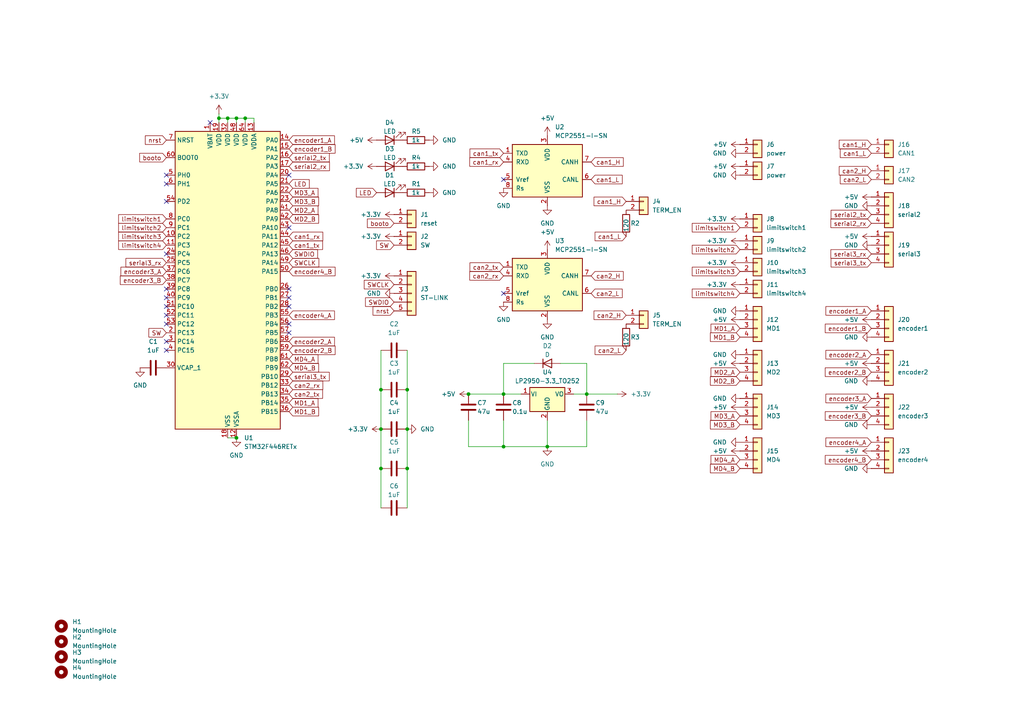
<source format=kicad_sch>
(kicad_sch (version 20250114) (generator "eeschema") (generator_version "9.0")
  (paper "A4")
  (title_block (title "Altair_MDD_V3") (date "2025-05-30") (rev "V.3.0") (company "Altair"))
  (lib_symbols
    (symbol "Connector_Generic:Conn_01x02" (pin_names (offset 1.016) (hide yes))
      (property "Reference" "J" (at 0 2.54 0))
      (property "Value" "Conn_01x02" (at 0 -5.08 0))
      (symbol "Conn_01x02_1_1"
        (pin passive line (at -5.08 0 0) (length 3.81) (name "Pin_1") (number "1"))
        (pin passive line (at -5.08 -2.54 0) (length 3.81) (name "Pin_2") (number "2"))
      )
    )
    (symbol "Connector_Generic:Conn_01x04" (pin_names (offset 1.016) (hide yes))
      (property "Reference" "J" (at 0 5.08 0))
      (property "Value" "Conn_01x04" (at 0 -7.62 0))
      (symbol "Conn_01x04_1_1"
        (pin passive line (at -5.08 2.54 0) (length 3.81) (name "Pin_1") (number "1"))
        (pin passive line (at -5.08 0 0) (length 3.81) (name "Pin_2") (number "2"))
        (pin passive line (at -5.08 -2.54 0) (length 3.81) (name "Pin_3") (number "3"))
        (pin passive line (at -5.08 -5.08 0) (length 3.81) (name "Pin_4") (number "4"))
      )
    )
    (symbol "Connector_Generic:Conn_01x05" (pin_names (offset 1.016) (hide yes))
      (property "Reference" "J" (at 0 7.62 0))
      (property "Value" "Conn_01x05" (at 0 -7.62 0))
      (symbol "Conn_01x05_1_1"
        (pin passive line (at -5.08 5.08 0) (length 3.81) (name "Pin_1") (number "1"))
        (pin passive line (at -5.08 2.54 0) (length 3.81) (name "Pin_2") (number "2"))
        (pin passive line (at -5.08 0 0) (length 3.81) (name "Pin_3") (number "3"))
        (pin passive line (at -5.08 -2.54 0) (length 3.81) (name "Pin_4") (number "4"))
        (pin passive line (at -5.08 -5.08 0) (length 3.81) (name "Pin_5") (number "5"))
      )
    )
    (symbol "Device:C" (pin_numbers (hide yes)) (pin_names (offset 0.254))
      (property "Reference" "C" (at 0.635 2.54 0))
      (property "Value" "C" (at 0.635 -2.54 0))
      (symbol "C_1_1"
        (pin passive line (at 0 3.81 270) (length 2.794) (name "~") (number "1"))
        (pin passive line (at 0 -3.81 90) (length 2.794) (name "~") (number "2"))
      )
    )
    (symbol "Device:D" (pin_numbers (hide yes)) (pin_names (offset 1.016) (hide yes))
      (property "Reference" "D" (at 0 2.54 0))
      (property "Value" "D" (at 0 -2.54 0))
      (symbol "D_1_1"
        (pin passive line (at -3.81 0 0) (length 2.54) (name "K") (number "1"))
        (pin passive line (at 3.81 0 180) (length 2.54) (name "A") (number "2"))
      )
    )
    (symbol "Device:LED" (pin_numbers (hide yes)) (pin_names (offset 1.016) (hide yes))
      (property "Reference" "D" (at 0 2.54 0))
      (property "Value" "LED" (at 0 -2.54 0))
      (symbol "LED_1_1"
        (pin passive line (at -3.81 0 0) (length 2.54) (name "K") (number "1"))
        (pin passive line (at 3.81 0 180) (length 2.54) (name "A") (number "2"))
      )
    )
    (symbol "Device:R" (pin_numbers (hide yes)) (pin_names (offset 0))
      (property "Reference" "R" (at 2.032 0 90))
      (property "Value" "R" (at 0 0 90))
      (symbol "R_1_1"
        (pin passive line (at 0 3.81 270) (length 1.27) (name "~") (number "1"))
        (pin passive line (at 0 -3.81 90) (length 1.27) (name "~") (number "2"))
      )
    )
    (symbol "Interface_CAN_LIN:MCP2551-I-SN" (pin_names (offset 1.016))
      (property "Reference" "U" (at -10.16 8.89 0))
      (property "Value" "MCP2551-I-SN" (at 2.54 8.89 0))
      (symbol "MCP2551-I-SN_1_1"
        (pin input line (at -12.7 5.08 0) (length 2.54) (name "TXD") (number "1"))
        (pin output line (at -12.7 2.54 0) (length 2.54) (name "RXD") (number "4"))
        (pin power_out line (at -12.7 -2.54 0) (length 2.54) (name "Vref") (number "5"))
        (pin input line (at -12.7 -5.08 0) (length 2.54) (name "Rs") (number "8"))
        (pin power_in line (at 0 10.16 270) (length 2.54) (name "VDD") (number "3"))
        (pin power_in line (at 0 -10.16 90) (length 2.54) (name "VSS") (number "2"))
        (pin bidirectional line (at 12.7 2.54 180) (length 2.54) (name "CANH") (number "7"))
        (pin bidirectional line (at 12.7 -2.54 180) (length 2.54) (name "CANL") (number "6"))
      )
    )
    (symbol "MCU_ST_STM32F4:STM32F446RETx"
      (property "Reference" "U" (at -15.24 44.45 0))
      (property "Value" "STM32F446RETx" (at 10.16 44.45 0))
      (symbol "STM32F446RETx_1_1"
        (pin input line (at -17.78 40.64 0) (length 2.54) (name "NRST") (number "7"))
        (pin input line (at -17.78 35.56 0) (length 2.54) (name "BOOT0") (number "60"))
        (pin bidirectional line (at -17.78 30.48 0) (length 2.54) (name "PH0") (number "5"))
        (pin bidirectional line (at -17.78 27.94 0) (length 2.54) (name "PH1") (number "6"))
        (pin bidirectional line (at -17.78 22.86 0) (length 2.54) (name "PD2") (number "54"))
        (pin bidirectional line (at -17.78 17.78 0) (length 2.54) (name "PC0") (number "8"))
        (pin bidirectional line (at -17.78 15.24 0) (length 2.54) (name "PC1") (number "9"))
        (pin bidirectional line (at -17.78 12.7 0) (length 2.54) (name "PC2") (number "10"))
        (pin bidirectional line (at -17.78 10.16 0) (length 2.54) (name "PC3") (number "11"))
        (pin bidirectional line (at -17.78 7.62 0) (length 2.54) (name "PC4") (number "24"))
        (pin bidirectional line (at -17.78 5.08 0) (length 2.54) (name "PC5") (number "25"))
        (pin bidirectional line (at -17.78 2.54 0) (length 2.54) (name "PC6") (number "37"))
        (pin bidirectional line (at -17.78 0 0) (length 2.54) (name "PC7") (number "38"))
        (pin bidirectional line (at -17.78 -2.54 0) (length 2.54) (name "PC8") (number "39"))
        (pin bidirectional line (at -17.78 -5.08 0) (length 2.54) (name "PC9") (number "40"))
        (pin bidirectional line (at -17.78 -7.62 0) (length 2.54) (name "PC10") (number "51"))
        (pin bidirectional line (at -17.78 -10.16 0) (length 2.54) (name "PC11") (number "52"))
        (pin bidirectional line (at -17.78 -12.7 0) (length 2.54) (name "PC12") (number "53"))
        (pin bidirectional line (at -17.78 -15.24 0) (length 2.54) (name "PC13") (number "2"))
        (pin bidirectional line (at -17.78 -17.78 0) (length 2.54) (name "PC14") (number "3"))
        (pin bidirectional line (at -17.78 -20.32 0) (length 2.54) (name "PC15") (number "4"))
        (pin power_out line (at -17.78 -25.4 0) (length 2.54) (name "VCAP_1") (number "30"))
        (pin power_in line (at -5.08 45.72 270) (length 2.54) (name "VBAT") (number "1"))
        (pin power_in line (at -2.54 45.72 270) (length 2.54) (name "VDD") (number "19"))
        (pin power_in line (at 0 45.72 270) (length 2.54) (name "VDD") (number "32"))
        (pin power_in line (at 0 -45.72 90) (length 2.54) (name "VSS") (number "18"))
        (pin passive line (at 0 -45.72 90) (length 2.54) (hide yes) (name "VSS") (number "31"))
        (pin passive line (at 0 -45.72 90) (length 2.54) (hide yes) (name "VSS") (number "47"))
        (pin passive line (at 0 -45.72 90) (length 2.54) (hide yes) (name "VSS") (number "63"))
        (pin power_in line (at 2.54 45.72 270) (length 2.54) (name "VDD") (number "48"))
        (pin power_in line (at 2.54 -45.72 90) (length 2.54) (name "VSSA") (number "12"))
        (pin power_in line (at 5.08 45.72 270) (length 2.54) (name "VDD") (number "64"))
        (pin power_in line (at 7.62 45.72 270) (length 2.54) (name "VDDA") (number "13"))
        (pin bidirectional line (at 17.78 40.64 180) (length 2.54) (name "PA0") (number "14"))
        (pin bidirectional line (at 17.78 38.1 180) (length 2.54) (name "PA1") (number "15"))
        (pin bidirectional line (at 17.78 35.56 180) (length 2.54) (name "PA2") (number "16"))
        (pin bidirectional line (at 17.78 33.02 180) (length 2.54) (name "PA3") (number "17"))
        (pin bidirectional line (at 17.78 30.48 180) (length 2.54) (name "PA4") (number "20"))
        (pin bidirectional line (at 17.78 27.94 180) (length 2.54) (name "PA5") (number "21"))
        (pin bidirectional line (at 17.78 25.4 180) (length 2.54) (name "PA6") (number "22"))
        (pin bidirectional line (at 17.78 22.86 180) (length 2.54) (name "PA7") (number "23"))
        (pin bidirectional line (at 17.78 20.32 180) (length 2.54) (name "PA8") (number "41"))
        (pin bidirectional line (at 17.78 17.78 180) (length 2.54) (name "PA9") (number "42"))
        (pin bidirectional line (at 17.78 15.24 180) (length 2.54) (name "PA10") (number "43"))
        (pin bidirectional line (at 17.78 12.7 180) (length 2.54) (name "PA11") (number "44"))
        (pin bidirectional line (at 17.78 10.16 180) (length 2.54) (name "PA12") (number "45"))
        (pin bidirectional line (at 17.78 7.62 180) (length 2.54) (name "PA13") (number "46"))
        (pin bidirectional line (at 17.78 5.08 180) (length 2.54) (name "PA14") (number "49"))
        (pin bidirectional line (at 17.78 2.54 180) (length 2.54) (name "PA15") (number "50"))
        (pin bidirectional line (at 17.78 -2.54 180) (length 2.54) (name "PB0") (number "26"))
        (pin bidirectional line (at 17.78 -5.08 180) (length 2.54) (name "PB1") (number "27"))
        (pin bidirectional line (at 17.78 -7.62 180) (length 2.54) (name "PB2") (number "28"))
        (pin bidirectional line (at 17.78 -10.16 180) (length 2.54) (name "PB3") (number "55"))
        (pin bidirectional line (at 17.78 -12.7 180) (length 2.54) (name "PB4") (number "56"))
        (pin bidirectional line (at 17.78 -15.24 180) (length 2.54) (name "PB5") (number "57"))
        (pin bidirectional line (at 17.78 -17.78 180) (length 2.54) (name "PB6") (number "58"))
        (pin bidirectional line (at 17.78 -20.32 180) (length 2.54) (name "PB7") (number "59"))
        (pin bidirectional line (at 17.78 -22.86 180) (length 2.54) (name "PB8") (number "61"))
        (pin bidirectional line (at 17.78 -25.4 180) (length 2.54) (name "PB9") (number "62"))
        (pin bidirectional line (at 17.78 -27.94 180) (length 2.54) (name "PB10") (number "29"))
        (pin bidirectional line (at 17.78 -30.48 180) (length 2.54) (name "PB12") (number "33"))
        (pin bidirectional line (at 17.78 -33.02 180) (length 2.54) (name "PB13") (number "34"))
        (pin bidirectional line (at 17.78 -35.56 180) (length 2.54) (name "PB14") (number "35"))
        (pin bidirectional line (at 17.78 -38.1 180) (length 2.54) (name "PB15") (number "36"))
      )
    )
    (symbol "Mechanical:MountingHole" (pin_names (offset 1.016))
      (property "Reference" "H" (at 0 5.08 0))
      (property "Value" "MountingHole" (at 0 3.175 0))
    )
    (symbol "Regulator_Linear:LP2950-3.3_TO252" (pin_names (offset 0.254))
      (property "Reference" "U" (at -3.81 3.175 0))
      (property "Value" "LP2950-3.3_TO252" (at 0 3.175 0))
      (symbol "LP2950-3.3_TO252_1_1"
        (pin power_in line (at -7.62 0 0) (length 2.54) (name "VI") (number "1"))
        (pin power_in line (at 0 -7.62 90) (length 2.54) (name "GND") (number "2"))
        (pin power_out line (at 7.62 0 180) (length 2.54) (name "VO") (number "3"))
      )
    )
    (symbol "power:+3.3V" (power) (pin_numbers (hide yes)) (pin_names (offset 0) (hide yes))
      (property "Value" "+3.3V" (at 0 3.556 0))
      (symbol "+3.3V_1_1"
        (pin power_in line (at 0 0 90) (length 0) (name "~") (number "1"))
      )
    )
    (symbol "power:+5V" (power) (pin_numbers (hide yes)) (pin_names (offset 0) (hide yes))
      (property "Value" "+5V" (at 0 3.556 0))
      (symbol "+5V_1_1"
        (pin power_in line (at 0 0 90) (length 0) (name "~") (number "1"))
      )
    )
    (symbol "power:GND" (power) (pin_numbers (hide yes)) (pin_names (offset 0) (hide yes))
      (property "Value" "GND" (at 0 -3.81 0))
      (symbol "GND_1_1"
        (pin power_in line (at 0 0 270) (length 0) (name "~") (number "1"))
      )
    )
  )
  (junction (at 146.05 114.3))
  (junction (at 170.18 114.3))
  (junction (at 66.04 34.29))
  (junction (at 158.75 129.54))
  (junction (at 68.58 127))
  (junction (at 71.12 34.29))
  (junction (at 110.49 124.46))
  (junction (at 68.58 34.29))
  (junction (at 110.49 113.03))
  (junction (at 110.49 135.89))
  (junction (at 118.11 135.89))
  (junction (at 118.11 124.46))
  (junction (at 146.05 129.54))
  (junction (at 118.11 113.03))
  (junction (at 135.89 114.3))
  (junction (at 63.5 34.29))
  (no_connect (at 48.26 93.98))
  (no_connect (at 48.26 83.82))
  (no_connect (at 48.26 50.8))
  (no_connect (at 60.96 35.56))
  (no_connect (at 48.26 101.6))
  (no_connect (at 48.26 58.42))
  (no_connect (at 48.26 99.06))
  (no_connect (at 48.26 53.34))
  (no_connect (at 83.82 88.9))
  (no_connect (at 48.26 73.66))
  (no_connect (at 83.82 93.98))
  (no_connect (at 48.26 88.9))
  (no_connect (at 83.82 96.52))
  (no_connect (at 48.26 86.36))
  (no_connect (at 146.05 85.09))
  (no_connect (at 83.82 86.36))
  (no_connect (at 146.05 52.07))
  (no_connect (at 83.82 83.82))
  (no_connect (at 48.26 91.44))
  (no_connect (at 83.82 66.04))
  (no_connect (at 83.82 50.8))
  (wire (pts (xy 158.75 129.54) (xy 170.18 129.54)))
  (wire (pts (xy 110.49 113.03) (xy 110.49 124.46)))
  (wire (pts (xy 68.58 34.29) (xy 71.12 34.29)))
  (wire (pts (xy 66.04 34.29) (xy 68.58 34.29)))
  (wire (pts (xy 66.04 34.29) (xy 66.04 35.56)))
  (wire (pts (xy 110.49 124.46) (xy 110.49 135.89)))
  (wire (pts (xy 63.5 34.29) (xy 63.5 35.56)))
  (wire (pts (xy 118.11 124.46) (xy 118.11 135.89)))
  (wire (pts (xy 154.94 105.41) (xy 146.05 105.41)))
  (wire (pts (xy 110.49 135.89) (xy 110.49 147.32)))
  (wire (pts (xy 110.49 101.6) (xy 110.49 113.03)))
  (wire (pts (xy 170.18 121.92) (xy 170.18 129.54)))
  (wire (pts (xy 146.05 105.41) (xy 146.05 114.3)))
  (wire (pts (xy 146.05 114.3) (xy 151.13 114.3)))
  (wire (pts (xy 73.66 34.29) (xy 73.66 35.56)))
  (wire (pts (xy 170.18 114.3) (xy 179.07 114.3)))
  (wire (pts (xy 68.58 34.29) (xy 68.58 35.56)))
  (wire (pts (xy 162.56 105.41) (xy 170.18 105.41)))
  (wire (pts (xy 158.75 121.92) (xy 158.75 129.54)))
  (wire (pts (xy 66.04 127) (xy 68.58 127)))
  (wire (pts (xy 146.05 121.92) (xy 146.05 129.54)))
  (wire (pts (xy 135.89 114.3) (xy 146.05 114.3)))
  (wire (pts (xy 63.5 34.29) (xy 66.04 34.29)))
  (wire (pts (xy 71.12 34.29) (xy 71.12 35.56)))
  (wire (pts (xy 71.12 34.29) (xy 73.66 34.29)))
  (wire (pts (xy 135.89 129.54) (xy 135.89 121.92)))
  (wire (pts (xy 118.11 135.89) (xy 118.11 147.32)))
  (wire (pts (xy 166.37 114.3) (xy 170.18 114.3)))
  (wire (pts (xy 158.75 129.54) (xy 146.05 129.54)))
  (wire (pts (xy 146.05 129.54) (xy 135.89 129.54)))
  (wire (pts (xy 118.11 101.6) (xy 118.11 113.03)))
  (wire (pts (xy 170.18 105.41) (xy 170.18 114.3)))
  (wire (pts (xy 63.5 33.02) (xy 63.5 34.29)))
  (wire (pts (xy 118.11 113.03) (xy 118.11 124.46)))
  (global_label "serial2_tx" (shape input) (at 83.82 45.72 0) (property "Intersheetrefs" "${INTERSHEET_REFS}" (effects (hide yes))))
  (global_label "can1_L" (shape input) (at 181.61 68.58 180) (property "Intersheetrefs" "${INTERSHEET_REFS}" (effects (hide yes))))
  (global_label "encoder2_B" (shape input) (at 252.73 107.95 180) (property "Intersheetrefs" "${INTERSHEET_REFS}" (effects (hide yes))))
  (global_label "nrst" (shape input) (at 48.26 40.64 180) (property "Intersheetrefs" "${INTERSHEET_REFS}" (effects (hide yes))))
  (global_label "encoder4_A" (shape input) (at 252.73 128.27 180) (property "Intersheetrefs" "${INTERSHEET_REFS}" (effects (hide yes))))
  (global_label "limitswitch4" (shape input) (at 214.63 85.09 180) (property "Intersheetrefs" "${INTERSHEET_REFS}" (effects (hide yes))))
  (global_label "can1_tx" (shape input) (at 83.82 71.12 0) (property "Intersheetrefs" "${INTERSHEET_REFS}" (effects (hide yes))))
  (global_label "MD3_B" (shape input) (at 214.63 123.19 180) (property "Intersheetrefs" "${INTERSHEET_REFS}" (effects (hide yes))))
  (global_label "can2_H" (shape input) (at 171.45 80.01 0) (property "Intersheetrefs" "${INTERSHEET_REFS}" (effects (hide yes))))
  (global_label "MD2_A" (shape input) (at 83.82 60.96 0) (property "Intersheetrefs" "${INTERSHEET_REFS}" (effects (hide yes))))
  (global_label "can1_tx" (shape input) (at 146.05 44.45 180) (property "Intersheetrefs" "${INTERSHEET_REFS}" (effects (hide yes))))
  (global_label "LED" (shape input) (at 109.22 55.88 180) (property "Intersheetrefs" "${INTERSHEET_REFS}" (effects (hide yes))))
  (global_label "serial3_rx" (shape input) (at 48.26 76.2 180) (property "Intersheetrefs" "${INTERSHEET_REFS}" (effects (hide yes))))
  (global_label "can2_rx" (shape input) (at 83.82 111.76 0) (property "Intersheetrefs" "${INTERSHEET_REFS}" (effects (hide yes))))
  (global_label "MD1_B" (shape input) (at 214.63 97.79 180) (property "Intersheetrefs" "${INTERSHEET_REFS}" (effects (hide yes))))
  (global_label "MD1_A" (shape input) (at 214.63 95.25 180) (property "Intersheetrefs" "${INTERSHEET_REFS}" (effects (hide yes))))
  (global_label "can2_L" (shape input) (at 171.45 85.09 0) (property "Intersheetrefs" "${INTERSHEET_REFS}" (effects (hide yes))))
  (global_label "can1_H" (shape input) (at 252.73 41.91 180) (property "Intersheetrefs" "${INTERSHEET_REFS}" (effects (hide yes))))
  (global_label "serial3_rx" (shape input) (at 252.73 73.66 180) (property "Intersheetrefs" "${INTERSHEET_REFS}" (effects (hide yes))))
  (global_label "SWDIO" (shape input) (at 83.82 73.66 0) (property "Intersheetrefs" "${INTERSHEET_REFS}" (effects (hide yes))))
  (global_label "encoder2_B" (shape input) (at 83.82 101.6 0) (property "Intersheetrefs" "${INTERSHEET_REFS}" (effects (hide yes))))
  (global_label "SW" (shape input) (at 48.26 96.52 180) (property "Intersheetrefs" "${INTERSHEET_REFS}" (effects (hide yes))))
  (global_label "MD3_B" (shape input) (at 83.82 58.42 0) (property "Intersheetrefs" "${INTERSHEET_REFS}" (effects (hide yes))))
  (global_label "MD2_A" (shape input) (at 214.63 107.95 180) (property "Intersheetrefs" "${INTERSHEET_REFS}" (effects (hide yes))))
  (global_label "SW" (shape input) (at 114.3 71.12 180) (property "Intersheetrefs" "${INTERSHEET_REFS}" (effects (hide yes))))
  (global_label "limitswitch3" (shape input) (at 48.26 68.58 180) (property "Intersheetrefs" "${INTERSHEET_REFS}" (effects (hide yes))))
  (global_label "encoder3_B" (shape input) (at 252.73 120.65 180) (property "Intersheetrefs" "${INTERSHEET_REFS}" (effects (hide yes))))
  (global_label "encoder1_B" (shape input) (at 252.73 95.25 180) (property "Intersheetrefs" "${INTERSHEET_REFS}" (effects (hide yes))))
  (global_label "can2_H" (shape input) (at 181.61 91.44 180) (property "Intersheetrefs" "${INTERSHEET_REFS}" (effects (hide yes))))
  (global_label "can2_tx" (shape input) (at 83.82 114.3 0) (property "Intersheetrefs" "${INTERSHEET_REFS}" (effects (hide yes))))
  (global_label "encoder1_A" (shape input) (at 252.73 90.17 180) (property "Intersheetrefs" "${INTERSHEET_REFS}" (effects (hide yes))))
  (global_label "encoder2_A" (shape input) (at 252.73 102.87 180) (property "Intersheetrefs" "${INTERSHEET_REFS}" (effects (hide yes))))
  (global_label "can2_rx" (shape input) (at 146.05 80.01 180) (property "Intersheetrefs" "${INTERSHEET_REFS}" (effects (hide yes))))
  (global_label "MD3_A" (shape input) (at 83.82 55.88 0) (property "Intersheetrefs" "${INTERSHEET_REFS}" (effects (hide yes))))
  (global_label "booto" (shape input) (at 48.26 45.72 180) (property "Intersheetrefs" "${INTERSHEET_REFS}" (effects (hide yes))))
  (global_label "can1_H" (shape input) (at 171.45 46.99 0) (property "Intersheetrefs" "${INTERSHEET_REFS}" (effects (hide yes))))
  (global_label "serial2_tx" (shape input) (at 252.73 62.23 180) (property "Intersheetrefs" "${INTERSHEET_REFS}" (effects (hide yes))))
  (global_label "can1_L" (shape input) (at 171.45 52.07 0) (property "Intersheetrefs" "${INTERSHEET_REFS}" (effects (hide yes))))
  (global_label "can2_tx" (shape input) (at 146.05 77.47 180) (property "Intersheetrefs" "${INTERSHEET_REFS}" (effects (hide yes))))
  (global_label "encoder1_A" (shape input) (at 83.82 40.64 0) (property "Intersheetrefs" "${INTERSHEET_REFS}" (effects (hide yes))))
  (global_label "can2_L" (shape input) (at 181.61 101.6 180) (property "Intersheetrefs" "${INTERSHEET_REFS}" (effects (hide yes))))
  (global_label "can1_rx" (shape input) (at 83.82 68.58 0) (property "Intersheetrefs" "${INTERSHEET_REFS}" (effects (hide yes))))
  (global_label "serial2_rx" (shape input) (at 83.82 48.26 0) (property "Intersheetrefs" "${INTERSHEET_REFS}" (effects (hide yes))))
  (global_label "can1_L" (shape input) (at 252.73 44.45 180) (property "Intersheetrefs" "${INTERSHEET_REFS}" (effects (hide yes))))
  (global_label "serial3_tx" (shape input) (at 252.73 76.2 180) (property "Intersheetrefs" "${INTERSHEET_REFS}" (effects (hide yes))))
  (global_label "encoder4_B" (shape input) (at 83.82 78.74 0) (property "Intersheetrefs" "${INTERSHEET_REFS}" (effects (hide yes))))
  (global_label "nrst" (shape input) (at 114.3 90.17 180) (property "Intersheetrefs" "${INTERSHEET_REFS}" (effects (hide yes))))
  (global_label "encoder3_A" (shape input) (at 252.73 115.57 180) (property "Intersheetrefs" "${INTERSHEET_REFS}" (effects (hide yes))))
  (global_label "serial3_tx" (shape input) (at 83.82 109.22 0) (property "Intersheetrefs" "${INTERSHEET_REFS}" (effects (hide yes))))
  (global_label "MD2_B" (shape input) (at 214.63 110.49 180) (property "Intersheetrefs" "${INTERSHEET_REFS}" (effects (hide yes))))
  (global_label "can1_H" (shape input) (at 181.61 58.42 180) (property "Intersheetrefs" "${INTERSHEET_REFS}" (effects (hide yes))))
  (global_label "MD2_B" (shape input) (at 83.82 63.5 0) (property "Intersheetrefs" "${INTERSHEET_REFS}" (effects (hide yes))))
  (global_label "SWCLK" (shape input) (at 114.3 82.55 180) (property "Intersheetrefs" "${INTERSHEET_REFS}" (effects (hide yes))))
  (global_label "limitswitch3" (shape input) (at 214.63 78.74 180) (property "Intersheetrefs" "${INTERSHEET_REFS}" (effects (hide yes))))
  (global_label "encoder4_A" (shape input) (at 83.82 91.44 0) (property "Intersheetrefs" "${INTERSHEET_REFS}" (effects (hide yes))))
  (global_label "MD4_A" (shape input) (at 83.82 104.14 0) (property "Intersheetrefs" "${INTERSHEET_REFS}" (effects (hide yes))))
  (global_label "SWCLK" (shape input) (at 83.82 76.2 0) (property "Intersheetrefs" "${INTERSHEET_REFS}" (effects (hide yes))))
  (global_label "limitswitch1" (shape input) (at 48.26 63.5 180) (property "Intersheetrefs" "${INTERSHEET_REFS}" (effects (hide yes))))
  (global_label "limitswitch2" (shape input) (at 214.63 72.39 180) (property "Intersheetrefs" "${INTERSHEET_REFS}" (effects (hide yes))))
  (global_label "encoder3_A" (shape input) (at 48.26 78.74 180) (property "Intersheetrefs" "${INTERSHEET_REFS}" (effects (hide yes))))
  (global_label "MD1_B" (shape input) (at 83.82 119.38 0) (property "Intersheetrefs" "${INTERSHEET_REFS}" (effects (hide yes))))
  (global_label "SWDIO" (shape input) (at 114.3 87.63 180) (property "Intersheetrefs" "${INTERSHEET_REFS}" (effects (hide yes))))
  (global_label "booto" (shape input) (at 114.3 64.77 180) (property "Intersheetrefs" "${INTERSHEET_REFS}" (effects (hide yes))))
  (global_label "encoder3_B" (shape input) (at 48.26 81.28 180) (property "Intersheetrefs" "${INTERSHEET_REFS}" (effects (hide yes))))
  (global_label "can1_rx" (shape input) (at 146.05 46.99 180) (property "Intersheetrefs" "${INTERSHEET_REFS}" (effects (hide yes))))
  (global_label "MD4_B" (shape input) (at 83.82 106.68 0) (property "Intersheetrefs" "${INTERSHEET_REFS}" (effects (hide yes))))
  (global_label "MD4_B" (shape input) (at 214.63 135.89 180) (property "Intersheetrefs" "${INTERSHEET_REFS}" (effects (hide yes))))
  (global_label "serial2_rx" (shape input) (at 252.73 64.77 180) (property "Intersheetrefs" "${INTERSHEET_REFS}" (effects (hide yes))))
  (global_label "LED" (shape input) (at 83.82 53.34 0) (property "Intersheetrefs" "${INTERSHEET_REFS}" (effects (hide yes))))
  (global_label "limitswitch2" (shape input) (at 48.26 66.04 180) (property "Intersheetrefs" "${INTERSHEET_REFS}" (effects (hide yes))))
  (global_label "limitswitch4" (shape input) (at 48.26 71.12 180) (property "Intersheetrefs" "${INTERSHEET_REFS}" (effects (hide yes))))
  (global_label "MD1_A" (shape input) (at 83.82 116.84 0) (property "Intersheetrefs" "${INTERSHEET_REFS}" (effects (hide yes))))
  (global_label "encoder1_B" (shape input) (at 83.82 43.18 0) (property "Intersheetrefs" "${INTERSHEET_REFS}" (effects (hide yes))))
  (global_label "MD4_A" (shape input) (at 214.63 133.35 180) (property "Intersheetrefs" "${INTERSHEET_REFS}" (effects (hide yes))))
  (global_label "MD3_A" (shape input) (at 214.63 120.65 180) (property "Intersheetrefs" "${INTERSHEET_REFS}" (effects (hide yes))))
  (global_label "encoder4_B" (shape input) (at 252.73 133.35 180) (property "Intersheetrefs" "${INTERSHEET_REFS}" (effects (hide yes))))
  (global_label "can2_L" (shape input) (at 252.73 52.07 180) (property "Intersheetrefs" "${INTERSHEET_REFS}" (effects (hide yes))))
  (global_label "can2_H" (shape input) (at 252.73 49.53 180) (property "Intersheetrefs" "${INTERSHEET_REFS}" (effects (hide yes))))
  (global_label "encoder2_A" (shape input) (at 83.82 99.06 0) (property "Intersheetrefs" "${INTERSHEET_REFS}" (effects (hide yes))))
  (global_label "limitswitch1" (shape input) (at 214.63 66.04 180) (property "Intersheetrefs" "${INTERSHEET_REFS}" (effects (hide yes))))
  (symbol (lib_id "Connector_Generic:Conn_01x04") (at 257.81 92.71 0) (unit 1)
    (property "Reference" "J20" (at 260.35 92.7099 0) (effects (justify left)))
    (property "Value" "encoder1" (at 260.35 95.2499 0) (effects (justify left)))
    (property "Footprint" "Connector_JST:JST_XA_S04B-XASK-1_1x04_P2.50mm_Horizontal" (effects (hide yes)))
    (property "Description" "Generic connector, single row, 01x04, script generated (kicad-library-utils/schlib/autogen/connector/)" (effects (hide yes)))
  )
  (symbol (lib_id "power:GND") (at 252.73 71.12 270) (unit 1)
    (property "Reference" "#PWR039" (effects (hide yes)))
    (property "Value" "GND" (at 248.92 71.1199 90) (effects (justify right)))
    (property "Description" "Power symbol creates a global label with name \"GND\" , ground" (effects (hide yes)))
  )
  (symbol (lib_id "power:+3.3V") (at 179.07 114.3 270) (unit 1)
    (property "Reference" "#PWR019" (effects (hide yes)))
    (property "Value" "+3.3V" (at 182.88 114.2999 90) (effects (justify left)))
    (property "Description" "Power symbol creates a global label with name \"+3.3V\"" (effects (hide yes)))
  )
  (symbol (lib_id "power:GND") (at 124.46 48.26 90) (unit 1)
    (property "Reference" "#PWR048" (effects (hide yes)))
    (property "Value" "GND" (at 128.27 48.2599 90) (effects (justify right)))
    (property "Description" "Power symbol creates a global label with name \"GND\" , ground" (effects (hide yes)))
  )
  (symbol (lib_id "power:+5V") (at 214.63 92.71 90) (unit 1)
    (property "Reference" "#PWR029" (effects (hide yes)))
    (property "Value" "+5V" (at 210.82 92.7099 90) (effects (justify left)))
    (property "Description" "Power symbol creates a global label with name \"+5V\"" (effects (hide yes)))
  )
  (symbol (lib_id "Device:C") (at 135.89 118.11 0) (unit 1)
    (property "Reference" "C7" (at 138.43 116.84 0) (effects (justify left)))
    (property "Value" "47u" (at 138.43 119.38 0) (effects (justify left)))
    (property "Footprint" "Capacitor_SMD:C_0603_1608Metric" (effects (hide yes)))
    (property "Description" "Unpolarized capacitor" (effects (hide yes)))
  )
  (symbol (lib_id "power:GND") (at 252.73 110.49 270) (unit 1)
    (property "Reference" "#PWR043" (effects (hide yes)))
    (property "Value" "GND" (at 248.92 110.4899 90) (effects (justify right)))
    (property "Description" "Power symbol creates a global label with name \"GND\" , ground" (effects (hide yes)))
  )
  (symbol (lib_id "MCU_ST_STM32F4:STM32F446RETx") (at 66.04 81.28 0) (unit 1)
    (property "Reference" "U1" (at 70.7741 127 0) (effects (justify left)))
    (property "Value" "STM32F446RETx" (at 70.7741 129.54 0) (effects (justify left)))
    (property "Footprint" "Package_QFP:LQFP-64_10x10mm_P0.5mm" (effects (hide yes)))
    (property "Datasheet" "https://www.st.com/resource/en/datasheet/stm32f446re.pdf" (effects (hide yes)))
    (property "Description" "STMicroelectronics Arm Cortex-M4 MCU, 512KB flash, 128KB RAM, 180 MHz, 1.8-3.6V, 50 GPIO, LQFP64" (effects (hide yes)))
  )
  (symbol (lib_id "Regulator_Linear:LP2950-3.3_TO252") (at 158.75 114.3 0) (unit 1)
    (property "Reference" "U4" (at 158.75 107.95 0))
    (property "Value" "LP2950-3.3_TO252" (at 158.75 110.49 0))
    (property "Footprint" "Package_TO_SOT_SMD:TO-252-2" (effects (hide yes)))
    (property "Datasheet" "http://www.ti.com/lit/ds/symlink/lp2950.pdf" (effects (hide yes)))
    (property "Description" "Positive 100mA 30V Linear Micropower Voltage Regulator, Fixed Output 3.3V, TO-252" (effects (hide yes)))
  )
  (symbol (lib_id "Connector_Generic:Conn_01x02") (at 219.71 82.55 0) (unit 1)
    (property "Reference" "J11" (at 222.25 82.5499 0) (effects (justify left)))
    (property "Value" "limitswitch4" (at 222.25 85.0899 0) (effects (justify left)))
    (property "Footprint" "Connector_JST:JST_XA_S02B-XASK-1_1x02_P2.50mm_Horizontal" (effects (hide yes)))
    (property "Description" "Generic connector, single row, 01x02, script generated (kicad-library-utils/schlib/autogen/connector/)" (effects (hide yes)))
  )
  (symbol (lib_id "Connector_Generic:Conn_01x04") (at 219.71 105.41 0) (unit 1)
    (property "Reference" "J13" (at 222.25 105.4099 0) (effects (justify left)))
    (property "Value" "MD2" (at 222.25 107.9499 0) (effects (justify left)))
    (property "Footprint" "Connector_JST:JST_XA_S04B-XASK-1_1x04_P2.50mm_Horizontal" (effects (hide yes)))
    (property "Description" "Generic connector, single row, 01x04, script generated (kicad-library-utils/schlib/autogen/connector/)" (effects (hide yes)))
  )
  (symbol (lib_id "Device:C") (at 114.3 113.03 90) (unit 1)
    (property "Reference" "C3" (at 114.3 105.41 90))
    (property "Value" "1uF" (at 114.3 107.95 90))
    (property "Footprint" "Capacitor_SMD:C_0603_1608Metric" (effects (hide yes)))
    (property "Description" "Unpolarized capacitor" (effects (hide yes)))
  )
  (symbol (lib_id "power:+5V") (at 214.63 48.26 90) (unit 1)
    (property "Reference" "#PWR022" (effects (hide yes)))
    (property "Value" "+5V" (at 210.82 48.2599 90) (effects (justify left)))
    (property "Description" "Power symbol creates a global label with name \"+5V\"" (effects (hide yes)))
  )
  (symbol (lib_id "power:GND") (at 158.75 59.69 0) (unit 1)
    (property "Reference" "#PWR015" (effects (hide yes)))
    (property "Value" "GND" (at 158.75 64.77 0))
    (property "Description" "Power symbol creates a global label with name \"GND\" , ground" (effects (hide yes)))
  )
  (symbol (lib_id "Connector_Generic:Conn_01x04") (at 219.71 130.81 0) (unit 1)
    (property "Reference" "J15" (at 222.25 130.8099 0) (effects (justify left)))
    (property "Value" "MD4" (at 222.25 133.3499 0) (effects (justify left)))
    (property "Footprint" "Connector_JST:JST_XA_S04B-XASK-1_1x04_P2.50mm_Horizontal" (effects (hide yes)))
    (property "Description" "Generic connector, single row, 01x04, script generated (kicad-library-utils/schlib/autogen/connector/)" (effects (hide yes)))
  )
  (symbol (lib_id "Connector_Generic:Conn_01x02") (at 219.71 69.85 0) (unit 1)
    (property "Reference" "J9" (at 222.25 69.8499 0) (effects (justify left)))
    (property "Value" "limitswitch2" (at 222.25 72.3899 0) (effects (justify left)))
    (property "Footprint" "Connector_JST:JST_XA_S02B-XASK-1_1x02_P2.50mm_Horizontal" (effects (hide yes)))
    (property "Description" "Generic connector, single row, 01x02, script generated (kicad-library-utils/schlib/autogen/connector/)" (effects (hide yes)))
  )
  (symbol (lib_id "power:GND") (at 146.05 54.61 0) (unit 1)
    (property "Reference" "#PWR012" (effects (hide yes)))
    (property "Value" "GND" (at 146.05 59.69 0))
    (property "Description" "Power symbol creates a global label with name \"GND\" , ground" (effects (hide yes)))
  )
  (symbol (lib_id "power:+5V") (at 214.63 105.41 90) (unit 1)
    (property "Reference" "#PWR031" (effects (hide yes)))
    (property "Value" "+5V" (at 210.82 105.4099 90) (effects (justify left)))
    (property "Description" "Power symbol creates a global label with name \"+5V\"" (effects (hide yes)))
  )
  (symbol (lib_id "power:+5V") (at 214.63 118.11 90) (unit 1)
    (property "Reference" "#PWR033" (effects (hide yes)))
    (property "Value" "+5V" (at 210.82 118.1099 90) (effects (justify left)))
    (property "Description" "Power symbol creates a global label with name \"+5V\"" (effects (hide yes)))
  )
  (symbol (lib_id "power:+5V") (at 252.73 130.81 90) (unit 1)
    (property "Reference" "#PWR046" (effects (hide yes)))
    (property "Value" "+5V" (at 248.92 130.8099 90) (effects (justify left)))
    (property "Description" "Power symbol creates a global label with name \"+5V\"" (effects (hide yes)))
  )
  (symbol (lib_id "power:GND") (at 214.63 50.8 270) (unit 1)
    (property "Reference" "#PWR023" (effects (hide yes)))
    (property "Value" "GND" (at 210.82 50.7999 90) (effects (justify right)))
    (property "Description" "Power symbol creates a global label with name \"GND\" , ground" (effects (hide yes)))
  )
  (symbol (lib_id "power:+3.3V") (at 63.5 33.02 0) (unit 1)
    (property "Reference" "#PWR02" (effects (hide yes)))
    (property "Value" "+3.3V" (at 63.5 27.94 0))
    (property "Description" "Power symbol creates a global label with name \"+3.3V\"" (effects (hide yes)))
  )
  (symbol (lib_id "Connector_Generic:Conn_01x04") (at 219.71 92.71 0) (unit 1)
    (property "Reference" "J12" (at 222.25 92.7099 0) (effects (justify left)))
    (property "Value" "MD1" (at 222.25 95.2499 0) (effects (justify left)))
    (property "Footprint" "Connector_JST:JST_XA_S04B-XASK-1_1x04_P2.50mm_Horizontal" (effects (hide yes)))
    (property "Description" "Generic connector, single row, 01x04, script generated (kicad-library-utils/schlib/autogen/connector/)" (effects (hide yes)))
  )
  (symbol (lib_id "Connector_Generic:Conn_01x05") (at 119.38 85.09 0) (unit 1)
    (property "Reference" "J3" (at 121.92 83.8199 0) (effects (justify left)))
    (property "Value" "ST-LINK" (at 121.92 86.3599 0) (effects (justify left)))
    (property "Footprint" "Connector_PinSocket_2.54mm:PinSocket_1x05_P2.54mm_Vertical" (effects (hide yes)))
    (property "Description" "Generic connector, single row, 01x05, script generated (kicad-library-utils/schlib/autogen/connector/)" (effects (hide yes)))
  )
  (symbol (lib_id "Connector_Generic:Conn_01x02") (at 219.71 41.91 0) (unit 1)
    (property "Reference" "J6" (at 222.25 41.9099 0) (effects (justify left)))
    (property "Value" "power" (at 222.25 44.4499 0) (effects (justify left)))
    (property "Footprint" "Connector_JST:JST_XA_S02B-XASK-1_1x02_P2.50mm_Horizontal" (effects (hide yes)))
    (property "Description" "Generic connector, single row, 01x02, script generated (kicad-library-utils/schlib/autogen/connector/)" (effects (hide yes)))
  )
  (symbol (lib_id "Connector_Generic:Conn_01x02") (at 219.71 48.26 0) (unit 1)
    (property "Reference" "J7" (at 222.25 48.2599 0) (effects (justify left)))
    (property "Value" "power" (at 222.25 50.7999 0) (effects (justify left)))
    (property "Footprint" "Connector_JST:JST_XA_S02B-XASK-1_1x02_P2.50mm_Horizontal" (effects (hide yes)))
    (property "Description" "Generic connector, single row, 01x02, script generated (kicad-library-utils/schlib/autogen/connector/)" (effects (hide yes)))
  )
  (symbol (lib_id "power:+3.3V") (at 114.3 62.23 90) (unit 1)
    (property "Reference" "#PWR04" (effects (hide yes)))
    (property "Value" "+3.3V" (at 110.49 62.2299 90) (effects (justify left)))
    (property "Description" "Power symbol creates a global label with name \"+3.3V\"" (effects (hide yes)))
  )
  (symbol (lib_id "Mechanical:MountingHole") (at 17.78 181.61 0) (unit 1)
    (property "Reference" "H1" (at 20.955 180.34 0) (effects (justify left)))
    (property "Value" "MountingHole" (at 20.955 182.88 0) (effects (justify left)))
    (property "Footprint" "MountingHole:MountingHole_3.2mm_M3_Pad_Via" (effects (hide yes)))
  )
  (symbol (lib_id "power:GND") (at 214.63 44.45 270) (unit 1)
    (property "Reference" "#PWR021" (effects (hide yes)))
    (property "Value" "GND" (at 210.82 44.4499 90) (effects (justify right)))
    (property "Description" "Power symbol creates a global label with name \"GND\" , ground" (effects (hide yes)))
  )
  (symbol (lib_id "power:GND") (at 214.63 128.27 270) (unit 1)
    (property "Reference" "#PWR034" (effects (hide yes)))
    (property "Value" "GND" (at 210.82 128.2699 90) (effects (justify right)))
    (property "Description" "Power symbol creates a global label with name \"GND\" , ground" (effects (hide yes)))
  )
  (symbol (lib_id "power:+3.3V") (at 214.63 69.85 90) (unit 1)
    (property "Reference" "#PWR025" (effects (hide yes)))
    (property "Value" "+3.3V" (at 210.82 69.8499 90) (effects (justify left)))
    (property "Description" "Power symbol creates a global label with name \"+3.3V\"" (effects (hide yes)))
  )
  (symbol (lib_id "power:+5V") (at 252.73 118.11 90) (unit 1)
    (property "Reference" "#PWR044" (effects (hide yes)))
    (property "Value" "+5V" (at 248.92 118.1099 90) (effects (justify left)))
    (property "Description" "Power symbol creates a global label with name \"+5V\"" (effects (hide yes)))
  )
  (symbol (lib_id "power:+3.3V") (at 214.63 82.55 90) (unit 1)
    (property "Reference" "#PWR027" (effects (hide yes)))
    (property "Value" "+3.3V" (at 210.82 82.5499 90) (effects (justify left)))
    (property "Description" "Power symbol creates a global label with name \"+3.3V\"" (effects (hide yes)))
  )
  (symbol (lib_id "Connector_Generic:Conn_01x04") (at 257.81 130.81 0) (unit 1)
    (property "Reference" "J23" (at 260.35 130.8099 0) (effects (justify left)))
    (property "Value" "encoder4" (at 260.35 133.3499 0) (effects (justify left)))
    (property "Footprint" "Connector_JST:JST_XA_S04B-XASK-1_1x04_P2.50mm_Horizontal" (effects (hide yes)))
    (property "Description" "Generic connector, single row, 01x04, script generated (kicad-library-utils/schlib/autogen/connector/)" (effects (hide yes)))
  )
  (symbol (lib_id "Interface_CAN_LIN:MCP2551-I-SN") (at 158.75 49.53 0) (unit 1)
    (property "Reference" "U2" (at 160.9441 36.83 0) (effects (justify left)))
    (property "Value" "MCP2551-I-SN" (at 160.9441 39.37 0) (effects (justify left)))
    (property "Footprint" "Package_SO:SOIC-8_3.9x4.9mm_P1.27mm" (effects (hide yes)))
    (property "Datasheet" "http://ww1.microchip.com/downloads/en/devicedoc/21667d.pdf" (effects (hide yes)))
    (property "Description" "High-Speed CAN Transceiver, 1Mbps, 5V supply, SOIC-8" (effects (hide yes)))
  )
  (symbol (lib_id "power:+5V") (at 214.63 41.91 90) (unit 1)
    (property "Reference" "#PWR020" (effects (hide yes)))
    (property "Value" "+5V" (at 210.82 41.9099 90) (effects (justify left)))
    (property "Description" "Power symbol creates a global label with name \"+5V\"" (effects (hide yes)))
  )
  (symbol (lib_id "power:GND") (at 124.46 40.64 90) (unit 1)
    (property "Reference" "#PWR049" (effects (hide yes)))
    (property "Value" "GND" (at 128.27 40.6399 90) (effects (justify right)))
    (property "Description" "Power symbol creates a global label with name \"GND\" , ground" (effects (hide yes)))
  )
  (symbol (lib_id "Connector_Generic:Conn_01x02") (at 257.81 49.53 0) (unit 1)
    (property "Reference" "J17" (at 260.35 49.5299 0) (effects (justify left)))
    (property "Value" "CAN2" (at 260.35 52.0699 0) (effects (justify left)))
    (property "Footprint" "Connector_JST:JST_XA_S02B-XASK-1_1x02_P2.50mm_Horizontal" (effects (hide yes)))
    (property "Description" "Generic connector, single row, 01x02, script generated (kicad-library-utils/schlib/autogen/connector/)" (effects (hide yes)))
  )
  (symbol (lib_id "Device:R") (at 120.65 55.88 270) (unit 1)
    (property "Reference" "R1" (at 119.38 53.34 90) (effects (justify left)))
    (property "Value" "1k" (at 119.38 55.88 90) (effects (justify left)))
    (property "Footprint" "Resistor_SMD:R_0603_1608Metric" (effects (hide yes)))
    (property "Description" "Resistor" (effects (hide yes)))
  )
  (symbol (lib_id "Device:R") (at 181.61 97.79 0) (unit 1)
    (property "Reference" "R3" (at 182.88 97.79 0) (effects (justify left)))
    (property "Value" "120" (at 181.61 100.33 90) (effects (justify left)))
    (property "Footprint" "Resistor_SMD:R_0603_1608Metric" (effects (hide yes)))
    (property "Description" "Resistor" (effects (hide yes)))
  )
  (symbol (lib_id "power:GND") (at 40.64 106.68 0) (unit 1)
    (property "Reference" "#PWR01" (effects (hide yes)))
    (property "Value" "GND" (at 40.64 111.76 0))
    (property "Description" "Power symbol creates a global label with name \"GND\" , ground" (effects (hide yes)))
  )
  (symbol (lib_id "Connector_Generic:Conn_01x02") (at 119.38 62.23 0) (unit 1)
    (property "Reference" "J1" (at 121.92 62.2299 0) (effects (justify left)))
    (property "Value" "reset" (at 121.92 64.7699 0) (effects (justify left)))
    (property "Footprint" "Connector_PinSocket_2.54mm:PinSocket_1x02_P2.54mm_Vertical" (effects (hide yes)))
    (property "Description" "Generic connector, single row, 01x02, script generated (kicad-library-utils/schlib/autogen/connector/)" (effects (hide yes)))
  )
  (symbol (lib_id "power:GND") (at 252.73 123.19 270) (unit 1)
    (property "Reference" "#PWR045" (effects (hide yes)))
    (property "Value" "GND" (at 248.92 123.1899 90) (effects (justify right)))
    (property "Description" "Power symbol creates a global label with name \"GND\" , ground" (effects (hide yes)))
  )
  (symbol (lib_id "Connector_Generic:Conn_01x04") (at 257.81 59.69 0) (unit 1)
    (property "Reference" "J18" (at 260.35 59.6899 0) (effects (justify left)))
    (property "Value" "serial2" (at 260.35 62.2299 0) (effects (justify left)))
    (property "Footprint" "Connector_JST:JST_XA_B04B-XASK-1-A_1x04_P2.50mm_Vertical" (effects (hide yes)))
    (property "Description" "Generic connector, single row, 01x04, script generated (kicad-library-utils/schlib/autogen/connector/)" (effects (hide yes)))
  )
  (symbol (lib_id "power:+5V") (at 158.75 39.37 0) (unit 1)
    (property "Reference" "#PWR014" (effects (hide yes)))
    (property "Value" "+5V" (at 158.75 34.29 0))
    (property "Description" "Power symbol creates a global label with name \"+5V\"" (effects (hide yes)))
  )
  (symbol (lib_id "power:GND") (at 252.73 59.69 270) (unit 1)
    (property "Reference" "#PWR037" (effects (hide yes)))
    (property "Value" "GND" (at 248.92 59.6899 90) (effects (justify right)))
    (property "Description" "Power symbol creates a global label with name \"GND\" , ground" (effects (hide yes)))
  )
  (symbol (lib_id "power:GND") (at 114.3 85.09 270) (unit 1)
    (property "Reference" "#PWR07" (effects (hide yes)))
    (property "Value" "GND" (at 110.49 85.0899 90) (effects (justify right)))
    (property "Description" "Power symbol creates a global label with name \"GND\" , ground" (effects (hide yes)))
  )
  (symbol (lib_id "Device:LED") (at 113.03 55.88 180) (unit 1)
    (property "Reference" "D1" (at 113.03 50.8 0))
    (property "Value" "LED" (at 113.03 53.34 0))
    (property "Footprint" "LED_SMD:LED_0603_1608Metric" (effects (hide yes)))
    (property "Description" "Light emitting diode" (effects (hide yes)))
    (property "Sim.Pins" "1=K 2=A" (effects (hide yes)))
  )
  (symbol (lib_id "power:+3.3V") (at 214.63 76.2 90) (unit 1)
    (property "Reference" "#PWR026" (effects (hide yes)))
    (property "Value" "+3.3V" (at 210.82 76.1999 90) (effects (justify left)))
    (property "Description" "Power symbol creates a global label with name \"+3.3V\"" (effects (hide yes)))
  )
  (symbol (lib_id "Connector_Generic:Conn_01x04") (at 257.81 105.41 0) (unit 1)
    (property "Reference" "J21" (at 260.35 105.4099 0) (effects (justify left)))
    (property "Value" "encoder2" (at 260.35 107.9499 0) (effects (justify left)))
    (property "Footprint" "Connector_JST:JST_XA_S04B-XASK-1_1x04_P2.50mm_Horizontal" (effects (hide yes)))
    (property "Description" "Generic connector, single row, 01x04, script generated (kicad-library-utils/schlib/autogen/connector/)" (effects (hide yes)))
  )
  (symbol (lib_id "power:+5V") (at 214.63 130.81 90) (unit 1)
    (property "Reference" "#PWR035" (effects (hide yes)))
    (property "Value" "+5V" (at 210.82 130.8099 90) (effects (justify left)))
    (property "Description" "Power symbol creates a global label with name \"+5V\"" (effects (hide yes)))
  )
  (symbol (lib_id "power:+5V") (at 252.73 68.58 90) (unit 1)
    (property "Reference" "#PWR038" (effects (hide yes)))
    (property "Value" "+5V" (at 248.92 68.5799 90) (effects (justify left)))
    (property "Description" "Power symbol creates a global label with name \"+5V\"" (effects (hide yes)))
  )
  (symbol (lib_id "Device:C") (at 114.3 101.6 90) (unit 1)
    (property "Reference" "C2" (at 114.3 93.98 90))
    (property "Value" "1uF" (at 114.3 96.52 90))
    (property "Footprint" "Capacitor_SMD:C_0603_1608Metric" (effects (hide yes)))
    (property "Description" "Unpolarized capacitor" (effects (hide yes)))
  )
  (symbol (lib_id "Device:C") (at 114.3 124.46 90) (unit 1)
    (property "Reference" "C4" (at 114.3 116.84 90))
    (property "Value" "1uF" (at 114.3 119.38 90))
    (property "Footprint" "Capacitor_SMD:C_0603_1608Metric" (effects (hide yes)))
    (property "Description" "Unpolarized capacitor" (effects (hide yes)))
  )
  (symbol (lib_id "power:+3.3V") (at 110.49 124.46 90) (unit 1)
    (property "Reference" "#PWR08" (effects (hide yes)))
    (property "Value" "+3.3V" (at 106.68 124.4599 90) (effects (justify left)))
    (property "Description" "Power symbol creates a global label with name \"+3.3V\"" (effects (hide yes)))
  )
  (symbol (lib_id "Device:C") (at 114.3 135.89 90) (unit 1)
    (property "Reference" "C5" (at 114.3 128.27 90))
    (property "Value" "1uF" (at 114.3 130.81 90))
    (property "Footprint" "Capacitor_SMD:C_0603_1608Metric" (effects (hide yes)))
    (property "Description" "Unpolarized capacitor" (effects (hide yes)))
  )
  (symbol (lib_id "Connector_Generic:Conn_01x02") (at 186.69 91.44 0) (unit 1)
    (property "Reference" "J5" (at 189.23 91.4399 0) (effects (justify left)))
    (property "Value" "TERM_EN" (at 189.23 93.9799 0) (effects (justify left)))
    (property "Footprint" "Connector_PinSocket_2.54mm:PinSocket_1x02_P2.54mm_Vertical" (effects (hide yes)))
    (property "Description" "Generic connector, single row, 01x02, script generated (kicad-library-utils/schlib/autogen/connector/)" (effects (hide yes)))
  )
  (symbol (lib_id "Connector_Generic:Conn_01x04") (at 219.71 118.11 0) (unit 1)
    (property "Reference" "J14" (at 222.25 118.1099 0) (effects (justify left)))
    (property "Value" "MD3" (at 222.25 120.6499 0) (effects (justify left)))
    (property "Footprint" "Connector_JST:JST_XA_S04B-XASK-1_1x04_P2.50mm_Horizontal" (effects (hide yes)))
    (property "Description" "Generic connector, single row, 01x04, script generated (kicad-library-utils/schlib/autogen/connector/)" (effects (hide yes)))
  )
  (symbol (lib_id "power:GND") (at 252.73 97.79 270) (unit 1)
    (property "Reference" "#PWR041" (effects (hide yes)))
    (property "Value" "GND" (at 248.92 97.7899 90) (effects (justify right)))
    (property "Description" "Power symbol creates a global label with name \"GND\" , ground" (effects (hide yes)))
  )
  (symbol (lib_id "Device:D") (at 158.75 105.41 0) (unit 1)
    (property "Reference" "D2" (at 158.75 100.33 0))
    (property "Value" "D" (at 158.75 102.87 0))
    (property "Footprint" "Diode_SMD:D_0603_1608Metric" (effects (hide yes)))
    (property "Description" "Diode" (effects (hide yes)))
    (property "Sim.Device" "D" (effects (hide yes)))
    (property "Sim.Pins" "1=K 2=A" (effects (hide yes)))
  )
  (symbol (lib_id "power:GND") (at 118.11 124.46 90) (unit 1)
    (property "Reference" "#PWR09" (effects (hide yes)))
    (property "Value" "GND" (at 121.92 124.4599 90) (effects (justify right)))
    (property "Description" "Power symbol creates a global label with name \"GND\" , ground" (effects (hide yes)))
  )
  (symbol (lib_id "Interface_CAN_LIN:MCP2551-I-SN") (at 158.75 82.55 0) (unit 1)
    (property "Reference" "U3" (at 160.9441 69.85 0) (effects (justify left)))
    (property "Value" "MCP2551-I-SN" (at 160.9441 72.39 0) (effects (justify left)))
    (property "Footprint" "Package_SO:SOIC-8_3.9x4.9mm_P1.27mm" (effects (hide yes)))
    (property "Datasheet" "http://ww1.microchip.com/downloads/en/devicedoc/21667d.pdf" (effects (hide yes)))
    (property "Description" "High-Speed CAN Transceiver, 1Mbps, 5V supply, SOIC-8" (effects (hide yes)))
  )
  (symbol (lib_id "power:+5V") (at 135.89 114.3 90) (unit 1)
    (property "Reference" "#PWR011" (effects (hide yes)))
    (property "Value" "+5V" (at 132.08 114.3 90) (effects (justify left)))
    (property "Description" "Power symbol creates a global label with name \"+5V\"" (effects (hide yes)))
  )
  (symbol (lib_id "power:+5V") (at 158.75 72.39 0) (unit 1)
    (property "Reference" "#PWR016" (effects (hide yes)))
    (property "Value" "+5V" (at 158.75 67.31 0))
    (property "Description" "Power symbol creates a global label with name \"+5V\"" (effects (hide yes)))
  )
  (symbol (lib_id "Device:C") (at 44.45 106.68 90) (unit 1)
    (property "Reference" "C1" (at 44.45 99.06 90))
    (property "Value" "1uF" (at 44.45 101.6 90))
    (property "Footprint" "Capacitor_SMD:C_0603_1608Metric" (effects (hide yes)))
    (property "Description" "Unpolarized capacitor" (effects (hide yes)))
  )
  (symbol (lib_id "power:GND") (at 252.73 135.89 270) (unit 1)
    (property "Reference" "#PWR047" (effects (hide yes)))
    (property "Value" "GND" (at 248.92 135.8899 90) (effects (justify right)))
    (property "Description" "Power symbol creates a global label with name \"GND\" , ground" (effects (hide yes)))
  )
  (symbol (lib_id "power:+5V") (at 109.22 40.64 90) (unit 1)
    (property "Reference" "#PWR051" (effects (hide yes)))
    (property "Value" "+5V" (at 105.41 40.6399 90) (effects (justify left)))
    (property "Description" "Power symbol creates a global label with name \"+5V\"" (effects (hide yes)))
  )
  (symbol (lib_id "Device:R") (at 120.65 40.64 270) (unit 1)
    (property "Reference" "R5" (at 119.38 38.1 90) (effects (justify left)))
    (property "Value" "1k" (at 119.38 40.64 90) (effects (justify left)))
    (property "Footprint" "Resistor_SMD:R_0603_1608Metric" (effects (hide yes)))
    (property "Description" "Resistor" (effects (hide yes)))
  )
  (symbol (lib_id "Connector_Generic:Conn_01x02") (at 257.81 41.91 0) (unit 1)
    (property "Reference" "J16" (at 260.35 41.9099 0) (effects (justify left)))
    (property "Value" "CAN1" (at 260.35 44.4499 0) (effects (justify left)))
    (property "Footprint" "Connector_JST:JST_XA_S02B-XASK-1_1x02_P2.50mm_Horizontal" (effects (hide yes)))
    (property "Description" "Generic connector, single row, 01x02, script generated (kicad-library-utils/schlib/autogen/connector/)" (effects (hide yes)))
  )
  (symbol (lib_id "Device:LED") (at 113.03 40.64 180) (unit 1)
    (property "Reference" "D4" (at 113.03 35.56 0))
    (property "Value" "LED" (at 113.03 38.1 0))
    (property "Footprint" "LED_SMD:LED_0603_1608Metric" (effects (hide yes)))
    (property "Description" "Light emitting diode" (effects (hide yes)))
    (property "Sim.Pins" "1=K 2=A" (effects (hide yes)))
  )
  (symbol (lib_id "Connector_Generic:Conn_01x02") (at 219.71 63.5 0) (unit 1)
    (property "Reference" "J8" (at 222.25 63.4999 0) (effects (justify left)))
    (property "Value" "limitswitch1" (at 222.25 66.0399 0) (effects (justify left)))
    (property "Footprint" "Connector_JST:JST_XA_S02B-XASK-1_1x02_P2.50mm_Horizontal" (effects (hide yes)))
    (property "Description" "Generic connector, single row, 01x02, script generated (kicad-library-utils/schlib/autogen/connector/)" (effects (hide yes)))
  )
  (symbol (lib_id "Connector_Generic:Conn_01x04") (at 257.81 71.12 0) (unit 1)
    (property "Reference" "J19" (at 260.35 71.1199 0) (effects (justify left)))
    (property "Value" "serial3" (at 260.35 73.6599 0) (effects (justify left)))
    (property "Footprint" "Connector_JST:JST_XA_B04B-XASK-1-A_1x04_P2.50mm_Vertical" (effects (hide yes)))
    (property "Description" "Generic connector, single row, 01x04, script generated (kicad-library-utils/schlib/autogen/connector/)" (effects (hide yes)))
  )
  (symbol (lib_id "power:GND") (at 68.58 127 0) (unit 1)
    (property "Reference" "#PWR03" (effects (hide yes)))
    (property "Value" "GND" (at 68.58 132.08 0))
    (property "Description" "Power symbol creates a global label with name \"GND\" , ground" (effects (hide yes)))
  )
  (symbol (lib_id "Device:C") (at 114.3 147.32 90) (unit 1)
    (property "Reference" "C6" (at 114.3 140.97 90))
    (property "Value" "1uF" (at 114.3 143.51 90))
    (property "Footprint" "Capacitor_SMD:C_0603_1608Metric" (effects (hide yes)))
    (property "Description" "Unpolarized capacitor" (effects (hide yes)))
  )
  (symbol (lib_id "power:+5V") (at 252.73 105.41 90) (unit 1)
    (property "Reference" "#PWR042" (effects (hide yes)))
    (property "Value" "+5V" (at 248.92 105.4099 90) (effects (justify left)))
    (property "Description" "Power symbol creates a global label with name \"+5V\"" (effects (hide yes)))
  )
  (symbol (lib_id "power:GND") (at 214.63 102.87 270) (unit 1)
    (property "Reference" "#PWR030" (effects (hide yes)))
    (property "Value" "GND" (at 210.82 102.8699 90) (effects (justify right)))
    (property "Description" "Power symbol creates a global label with name \"GND\" , ground" (effects (hide yes)))
  )
  (symbol (lib_id "power:+3.3V") (at 114.3 68.58 90) (unit 1)
    (property "Reference" "#PWR05" (effects (hide yes)))
    (property "Value" "+3.3V" (at 110.49 68.5799 90) (effects (justify left)))
    (property "Description" "Power symbol creates a global label with name \"+3.3V\"" (effects (hide yes)))
  )
  (symbol (lib_id "Connector_Generic:Conn_01x02") (at 119.38 68.58 0) (unit 1)
    (property "Reference" "J2" (at 121.92 68.5799 0) (effects (justify left)))
    (property "Value" "SW" (at 121.92 71.1199 0) (effects (justify left)))
    (property "Footprint" "Connector_PinSocket_2.54mm:PinSocket_1x02_P2.54mm_Vertical" (effects (hide yes)))
    (property "Description" "Generic connector, single row, 01x02, script generated (kicad-library-utils/schlib/autogen/connector/)" (effects (hide yes)))
  )
  (symbol (lib_id "Device:LED") (at 113.03 48.26 180) (unit 1)
    (property "Reference" "D3" (at 113.03 43.18 0))
    (property "Value" "LED" (at 113.03 45.72 0))
    (property "Footprint" "LED_SMD:LED_0603_1608Metric" (effects (hide yes)))
    (property "Description" "Light emitting diode" (effects (hide yes)))
    (property "Sim.Pins" "1=K 2=A" (effects (hide yes)))
  )
  (symbol (lib_id "Mechanical:MountingHole") (at 17.78 186.055 0) (unit 1)
    (property "Reference" "H2" (at 20.955 184.785 0) (effects (justify left)))
    (property "Value" "MountingHole" (at 20.955 187.325 0) (effects (justify left)))
    (property "Footprint" "MountingHole:MountingHole_3.2mm_M3_Pad_Via" (effects (hide yes)))
  )
  (symbol (lib_id "Device:R") (at 181.61 64.77 0) (unit 1)
    (property "Reference" "R2" (at 182.88 64.77 0) (effects (justify left)))
    (property "Value" "120" (at 181.61 67.31 90) (effects (justify left)))
    (property "Footprint" "Resistor_SMD:R_0603_1608Metric" (effects (hide yes)))
    (property "Description" "Resistor" (effects (hide yes)))
  )
  (symbol (lib_id "power:GND") (at 146.05 87.63 0) (unit 1)
    (property "Reference" "#PWR013" (effects (hide yes)))
    (property "Value" "GND" (at 146.05 92.71 0))
    (property "Description" "Power symbol creates a global label with name \"GND\" , ground" (effects (hide yes)))
  )
  (symbol (lib_id "Connector_Generic:Conn_01x02") (at 219.71 76.2 0) (unit 1)
    (property "Reference" "J10" (at 222.25 76.1999 0) (effects (justify left)))
    (property "Value" "limitswitch3" (at 222.25 78.7399 0) (effects (justify left)))
    (property "Footprint" "Connector_JST:JST_XA_S02B-XASK-1_1x02_P2.50mm_Horizontal" (effects (hide yes)))
    (property "Description" "Generic connector, single row, 01x02, script generated (kicad-library-utils/schlib/autogen/connector/)" (effects (hide yes)))
  )
  (symbol (lib_id "power:GND") (at 158.75 129.54 0) (unit 1)
    (property "Reference" "#PWR018" (effects (hide yes)))
    (property "Value" "GND" (at 158.75 134.62 0))
    (property "Description" "Power symbol creates a global label with name \"GND\" , ground" (effects (hide yes)))
  )
  (symbol (lib_id "power:+3.3V") (at 114.3 80.01 90) (unit 1)
    (property "Reference" "#PWR06" (effects (hide yes)))
    (property "Value" "+3.3V" (at 110.49 80.0099 90) (effects (justify left)))
    (property "Description" "Power symbol creates a global label with name \"+3.3V\"" (effects (hide yes)))
  )
  (symbol (lib_id "power:GND") (at 214.63 90.17 270) (unit 1)
    (property "Reference" "#PWR028" (effects (hide yes)))
    (property "Value" "GND" (at 210.82 90.1699 90) (effects (justify right)))
    (property "Description" "Power symbol creates a global label with name \"GND\" , ground" (effects (hide yes)))
  )
  (symbol (lib_id "power:GND") (at 124.46 55.88 90) (unit 1)
    (property "Reference" "#PWR010" (effects (hide yes)))
    (property "Value" "GND" (at 128.27 55.8799 90) (effects (justify right)))
    (property "Description" "Power symbol creates a global label with name \"GND\" , ground" (effects (hide yes)))
  )
  (symbol (lib_id "Device:R") (at 120.65 48.26 270) (unit 1)
    (property "Reference" "R4" (at 119.38 45.72 90) (effects (justify left)))
    (property "Value" "1k" (at 119.38 48.26 90) (effects (justify left)))
    (property "Footprint" "Resistor_SMD:R_0603_1608Metric" (effects (hide yes)))
    (property "Description" "Resistor" (effects (hide yes)))
  )
  (symbol (lib_id "power:GND") (at 158.75 92.71 0) (unit 1)
    (property "Reference" "#PWR017" (effects (hide yes)))
    (property "Value" "GND" (at 158.75 97.79 0))
    (property "Description" "Power symbol creates a global label with name \"GND\" , ground" (effects (hide yes)))
  )
  (symbol (lib_id "Mechanical:MountingHole") (at 17.78 194.945 0) (unit 1)
    (property "Reference" "H4" (at 20.955 193.675 0) (effects (justify left)))
    (property "Value" "MountingHole" (at 20.955 196.215 0) (effects (justify left)))
    (property "Footprint" "MountingHole:MountingHole_3.2mm_M3_Pad_Via" (effects (hide yes)))
  )
  (symbol (lib_id "Mechanical:MountingHole") (at 17.78 190.5 0) (unit 1)
    (property "Reference" "H3" (at 20.955 189.23 0) (effects (justify left)))
    (property "Value" "MountingHole" (at 20.955 191.77 0) (effects (justify left)))
    (property "Footprint" "MountingHole:MountingHole_3.2mm_M3_Pad_Via" (effects (hide yes)))
  )
  (symbol (lib_id "power:+3.3V") (at 214.63 63.5 90) (unit 1)
    (property "Reference" "#PWR024" (effects (hide yes)))
    (property "Value" "+3.3V" (at 210.82 63.4999 90) (effects (justify left)))
    (property "Description" "Power symbol creates a global label with name \"+3.3V\"" (effects (hide yes)))
  )
  (symbol (lib_id "Connector_Generic:Conn_01x04") (at 257.81 118.11 0) (unit 1)
    (property "Reference" "J22" (at 260.35 118.1099 0) (effects (justify left)))
    (property "Value" "encoder3" (at 260.35 120.6499 0) (effects (justify left)))
    (property "Footprint" "Connector_JST:JST_XA_S04B-XASK-1_1x04_P2.50mm_Horizontal" (effects (hide yes)))
    (property "Description" "Generic connector, single row, 01x04, script generated (kicad-library-utils/schlib/autogen/connector/)" (effects (hide yes)))
  )
  (symbol (lib_id "Device:C") (at 146.05 118.11 0) (unit 1)
    (property "Reference" "C8" (at 148.59 116.84 0) (effects (justify left)))
    (property "Value" "0.1u" (at 148.59 119.38 0) (effects (justify left)))
    (property "Footprint" "Capacitor_SMD:C_0603_1608Metric" (effects (hide yes)))
    (property "Description" "Unpolarized capacitor" (effects (hide yes)))
  )
  (symbol (lib_id "Connector_Generic:Conn_01x02") (at 186.69 58.42 0) (unit 1)
    (property "Reference" "J4" (at 189.23 58.4199 0) (effects (justify left)))
    (property "Value" "TERM_EN" (at 189.23 60.9599 0) (effects (justify left)))
    (property "Footprint" "Connector_PinSocket_2.54mm:PinSocket_1x02_P2.54mm_Vertical" (effects (hide yes)))
    (property "Description" "Generic connector, single row, 01x02, script generated (kicad-library-utils/schlib/autogen/connector/)" (effects (hide yes)))
  )
  (symbol (lib_id "power:+5V") (at 252.73 57.15 90) (unit 1)
    (property "Reference" "#PWR036" (effects (hide yes)))
    (property "Value" "+5V" (at 248.92 57.1499 90) (effects (justify left)))
    (property "Description" "Power symbol creates a global label with name \"+5V\"" (effects (hide yes)))
  )
  (symbol (lib_id "power:+3.3V") (at 109.22 48.26 90) (unit 1)
    (property "Reference" "#PWR050" (effects (hide yes)))
    (property "Value" "+3.3V" (at 105.41 48.2599 90) (effects (justify left)))
    (property "Description" "Power symbol creates a global label with name \"+3.3V\"" (effects (hide yes)))
  )
  (symbol (lib_id "power:GND") (at 214.63 115.57 270) (unit 1)
    (property "Reference" "#PWR032" (effects (hide yes)))
    (property "Value" "GND" (at 210.82 115.5699 90) (effects (justify right)))
    (property "Description" "Power symbol creates a global label with name \"GND\" , ground" (effects (hide yes)))
  )
  (symbol (lib_id "power:+5V") (at 252.73 92.71 90) (unit 1)
    (property "Reference" "#PWR040" (effects (hide yes)))
    (property "Value" "+5V" (at 248.92 92.7099 90) (effects (justify left)))
    (property "Description" "Power symbol creates a global label with name \"+5V\"" (effects (hide yes)))
  )
  (symbol (lib_id "Device:C") (at 170.18 118.11 0) (unit 1)
    (property "Reference" "C9" (at 172.72 116.84 0) (effects (justify left)))
    (property "Value" "47u" (at 172.72 119.38 0) (effects (justify left)))
    (property "Footprint" "Capacitor_SMD:C_0603_1608Metric" (effects (hide yes)))
    (property "Description" "Unpolarized capacitor" (effects (hide yes)))
  )
)
</source>
